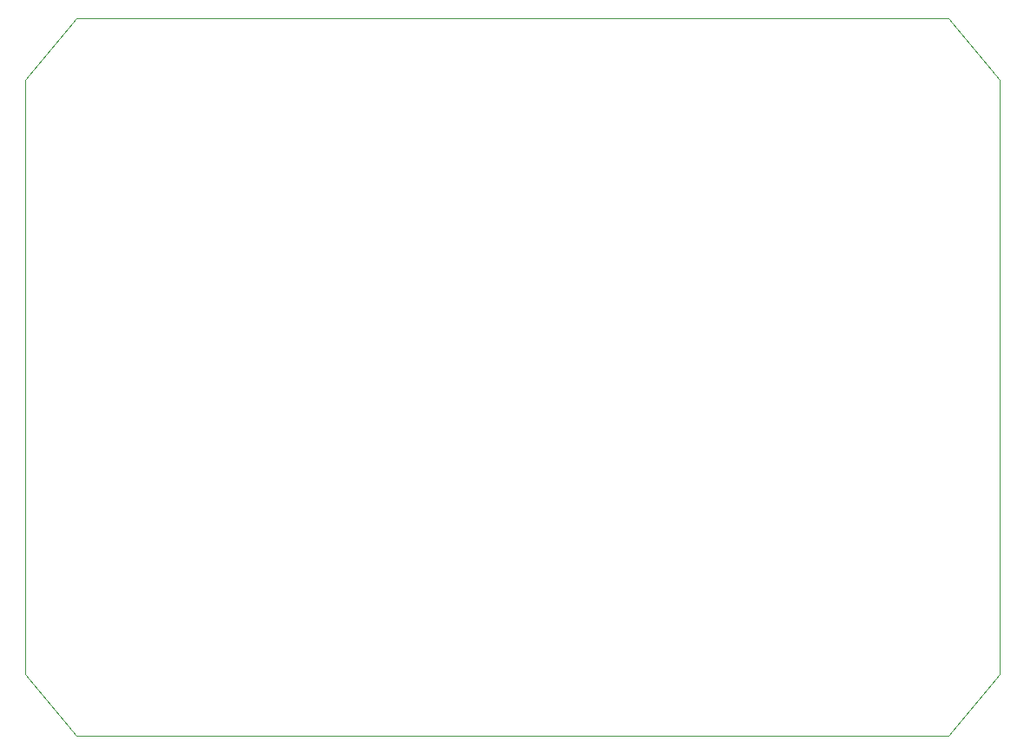
<source format=gm1>
G04 #@! TF.FileFunction,Profile,NP*
%FSLAX46Y46*%
G04 Gerber Fmt 4.6, Leading zero omitted, Abs format (unit mm)*
G04 Created by KiCad (PCBNEW 4.0.6) date 2017 August 07, Monday 14:19:28*
%MOMM*%
%LPD*%
G01*
G04 APERTURE LIST*
%ADD10C,0.100000*%
G04 APERTURE END LIST*
D10*
X140000000Y-88000000D02*
X55000000Y-88000000D01*
X145000000Y-94000000D02*
X140000000Y-88000000D01*
X145000000Y-152000000D02*
X145000000Y-94000000D01*
X140000000Y-158000000D02*
X145000000Y-152000000D01*
X55000000Y-158000000D02*
X140000000Y-158000000D01*
X55000000Y-158000000D02*
X50000000Y-152000000D01*
X50000000Y-94000000D02*
X50000000Y-152000000D01*
X50000000Y-94000000D02*
X55000000Y-88000000D01*
M02*

</source>
